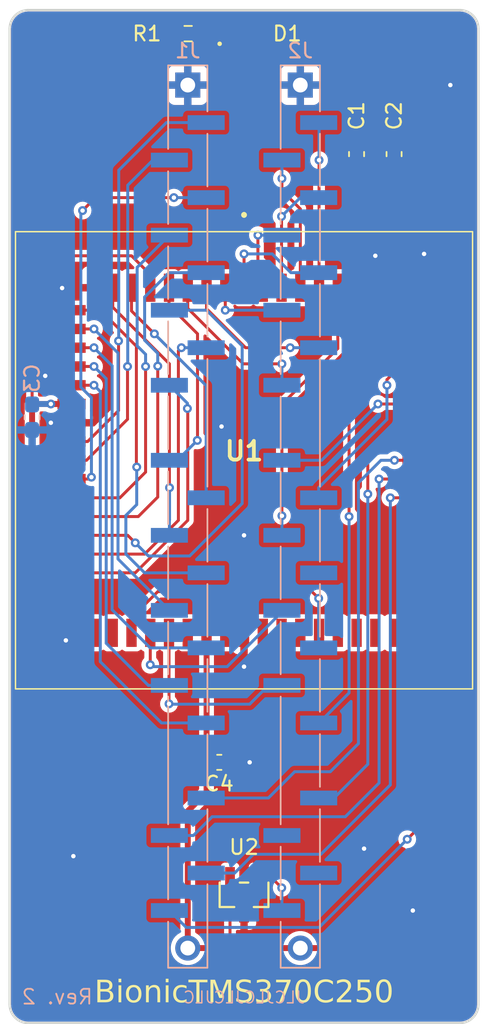
<source format=kicad_pcb>
(kicad_pcb (version 20241229) (generator "pcbnew") (generator_version "9.0")
  (title_block (title "BionicTMS370C250") (date "2025-07-01") (rev "2") (company "Tadashi G. Takaoka"))
  (layers (0 "F.Cu" signal) (2 "B.Cu" signal) (13 "F.Paste" user) (15 "B.Paste" user) (5 "F.SilkS" user "F.Silkscreen") (7 "B.SilkS" user "B.Silkscreen") (1 "F.Mask" user) (3 "B.Mask" user) (25 "Edge.Cuts" user))
  (net 0 "")
  (net 1 "VCC")
  (net 2 "GND")
  (net 3 "Net-(D1-K)")
  (net 4 "ADDR12")
  (net 5 "DATA6")
  (net 6 "INT3")
  (net 7 "ADDR13")
  (net 8 "DATA3")
  (net 9 "ADDR11")
  (net 10 "DATA0")
  (net 11 "DATA7")
  (net 12 "~{RESET}")
  (net 13 "DATA1")
  (net 14 "ADDR9")
  (net 15 "ADDR10")
  (net 16 "INT1")
  (net 17 "DATA5")
  (net 18 "DATA2")
  (net 19 "ADDR8")
  (net 20 "ADDR14")
  (net 21 "ADDR15")
  (net 22 "DATA4")
  (net 23 "INT2")
  (net 24 "Net-(J2-P57)")
  (net 26 "SCIRXD")
  (net 27 "SCITXD")
  (net 28 "CLKIN")
  (net 29 "ADDR4")
  (net 31 "SYSCLK")
  (net 32 "R{slash}~{W}")
  (net 33 "ADDR6")
  (net 34 "~{WAIT}")
  (net 35 "ADDR2")
  (net 36 "ADDR5")
  (net 37 "ADDR7")
  (net 38 "~{OCF}")
  (net 39 "ADDR1")
  (net 40 "~{EDS}")
  (net 41 "ADDR3")
  (net 47 "ADDR0")
  (footprint "rhom:LED_CSL1901UW1_ROM-M" (layer "F.Cu") (at 113.7 71.6002)
    (property "Reference" "D1" (at 2.921 0 0) (layer "F.SilkS"))
    (property "Value" "CSL1901UW1")
    (fp_circle (center -1.651 0.6858) (end -1.5748 0.6858) (stroke (width 0.1524)) (fill no) (layer "F.SilkS"))
    (pad "1" smd rect (at -0.8763 0) (size 0.9652 0.762) (layers "F.Cu" "F.Mask" "F.Paste") (net 3 "Net-(D1-K)"))
    (pad "2" smd rect (at 0.8763 0) (size 0.9652 0.762) (layers "F.Cu" "F.Mask" "F.Paste") (net 1 "VCC"))
    (zone (net 0) (net_name "") (layer "F.Cu") (connect_pads (clearance 0)) (min_thickness 0.254)
      (keepout (tracks not_allowed) (vias not_allowed) (pads allowed) (copperpour not_allowed) (footprints allowed))
      (fill (thermal_gap 0.508) (thermal_bridge_width 0.508))
      (polygon (pts (xy 113.3571 71.2446) (xy 114.0429 71.2446) (xy 114.0429 71.9558) (xy 113.3571 71.9558)))
    )
  )
  (footprint "3m:846821B1RKTP" (layer "F.Cu") (at 113.7 100.48)
    (property "Reference" "U1" (at 0 -0.618 0) (layer "F.SilkS") (effects (font (size 1.27 1.27) (thickness 0.254))))
    (property "Value" "TMS370C250" (hide yes))
    (fp_line (start -15.475 -15.475) (end 15.475 -15.475) (stroke (width 0.1)) (layer "F.SilkS"))
    (fp_line (start -15.475 15.475) (end -15.475 -15.475) (stroke (width 0.1)) (layer "F.SilkS"))
    (fp_line (start 0 -16.71) (end 0 -16.71) (stroke (width 0.2)) (layer "F.SilkS"))
    (fp_line (start 0 -16.51) (end 0 -16.51) (stroke (width 0.2)) (layer "F.SilkS"))
    (fp_line (start 15.475 -15.475) (end 15.475 15.475) (stroke (width 0.1)) (layer "F.SilkS"))
    (fp_line (start 15.475 15.475) (end -15.475 15.475) (stroke (width 0.1)) (layer "F.SilkS"))
    (fp_arc (start 0 -16.71) (mid 0.1 -16.61) (end 0 -16.51) (stroke (width 0.2)) (layer "F.SilkS"))
    (fp_arc (start 0 -16.51) (mid -0.1 -16.61) (end 0 -16.71) (stroke (width 0.2)) (layer "F.SilkS"))
    (pad "1" smd rect (at 0 -11.68) (size 0.7 1.91) (layers "F.Cu" "F.Mask" "F.Paste") (net 29 "ADDR4"))
    (pad "2" smd rect (at -1.27 -11.68) (size 0.7 1.91) (layers "F.Cu" "F.Mask" "F.Paste") (net 36 "ADDR5"))
    (pad "3" smd rect (at -2.54 -11.68) (size 0.7 1.91) (layers "F.Cu" "F.Mask" "F.Paste") (net 33 "ADDR6"))
    (pad "4" smd rect (at -3.81 -11.68) (size 0.7 1.91) (layers "F.Cu" "F.Mask" "F.Paste") (net 37 "ADDR7"))
    (pad "5" smd rect (at -5.08 -11.68) (size 0.7 1.91) (layers "F.Cu" "F.Mask" "F.Paste") (net 19 "ADDR8"))
    (pad "6" smd rect (at -6.35 -11.68) (size 0.7 1.91) (layers "F.Cu" "F.Mask" "F.Paste") (net 1 "VCC"))
    (pad "7" smd rect (at -7.62 -11.68) (size 0.7 1.91) (layers "F.Cu" "F.Mask" "F.Paste") (net 14 "ADDR9"))
    (pad "8" smd rect (at -8.89 -11.68) (size 0.7 1.91) (layers "F.Cu" "F.Mask" "F.Paste") (net 15 "ADDR10"))
    (pad "9" smd rect (at -10.16 -11.68) (size 0.7 1.91) (layers "F.Cu" "F.Mask" "F.Paste") (net 2 "GND"))
    (pad "10" smd rect (at -11.68 -10.16 90) (size 0.7 1.91) (layers "F.Cu" "F.Mask" "F.Paste") (net 9 "ADDR11"))
    (pad "11" smd rect (at -11.68 -8.89 90) (size 0.7 1.91) (layers "F.Cu" "F.Mask" "F.Paste") (net 4 "ADDR12"))
    (pad "12" smd rect (at -11.68 -7.62 90) (size 0.7 1.91) (layers "F.Cu" "F.Mask" "F.Paste") (net 7 "ADDR13"))
    (pad "13" smd rect (at -11.68 -6.35 90) (size 0.7 1.91) (layers "F.Cu" "F.Mask" "F.Paste") (net 20 "ADDR14"))
    (pad "14" smd rect (at -11.68 -5.08 90) (size 0.7 1.91) (layers "F.Cu" "F.Mask" "F.Paste") (net 21 "ADDR15"))
    (pad "15" smd rect (at -11.68 -3.81 90) (size 0.7 1.91) (layers "F.Cu" "F.Mask" "F.Paste") (net 1 "VCC"))
    (pad "16" smd rect (at -11.68 -2.54 90) (size 0.7 1.91) (layers "F.Cu" "F.Mask" "F.Paste") (net 2 "GND"))
    (pad "17" smd rect (at -11.68 -1.27 90) (size 0.7 1.91) (layers "F.Cu" "F.Mask" "F.Paste") (net 10 "DATA0"))
    (pad "18" smd rect (at -11.68 0 90) (size 0.7 1.91) (layers "F.Cu" "F.Mask" "F.Paste") (net 13 "DATA1"))
    (pad "19" smd rect (at -11.68 1.27 90) (size 0.7 1.91) (layers "F.Cu" "F.Mask" "F.Paste") (net 18 "DATA2"))
    (pad "20" smd rect (at -11.68 2.54 90) (size 0.7 1.91) (layers "F.Cu" "F.Mask" "F.Paste") (net 8 "DATA3"))
    (pad "21" smd rect (at -11.68 3.81 90) (size 0.7 1.91) (layers "F.Cu" "F.Mask" "F.Paste") (net 22 "DATA4"))
    (pad "22" smd rect (at -11.68 5.08 90) (size 0.7 1.91) (layers "F.Cu" "F.Mask" "F.Paste") (net 17 "DATA5"))
    (pad "23" smd rect (at -11.68 6.35 90) (size 0.7 1.91) (layers "F.Cu" "F.Mask" "F.Paste") (net 5 "DATA6"))
    (pad "24" smd rect (at -11.68 7.62 90) (size 0.7 1.91) (layers "F.Cu" "F.Mask" "F.Paste") (net 11 "DATA7"))
    (pad "25" smd rect (at -11.68 8.89 90) (size 0.7 1.91) (layers "F.Cu" "F.Mask" "F.Paste"))
    (pad "26" smd rect (at -11.68 10.16 90) (size 0.7 1.91) (layers "F.Cu" "F.Mask" "F.Paste"))
    (pad "27" smd rect (at -10.16 11.68) (size 0.7 1.91) (layers "F.Cu" "F.Mask" "F.Paste"))
    (pad "28" smd rect (at -8.89 11.68) (size 0.7 1.91) (layers "F.Cu" "F.Mask" "F.Paste"))
    (pad "29" smd rect (at -7.62 11.68) (size 0.7 1.91) (layers "F.Cu" "F.Mask" "F.Paste") (net 26 "SCIRXD"))
    (pad "30" smd rect (at -6.35 11.68) (size 0.7 1.91) (layers "F.Cu" "F.Mask" "F.Paste") (net 27 "SCITXD"))
    (pad "31" smd rect (at -5.08 11.68) (size 0.7 1.91) (layers "F.Cu" "F.Mask" "F.Paste") (net 28 "CLKIN"))
    (pad "32" smd rect (at -3.81 11.68) (size 0.7 1.91) (layers "F.Cu" "F.Mask" "F.Paste"))
    (pad "33" smd rect (at -2.54 11.68) (size 0.7 1.91) (layers "F.Cu" "F.Mask" "F.Paste") (net 1 "VCC"))
    (pad "34" smd rect (at -1.27 11.68) (size 0.7 1.91) (layers "F.Cu" "F.Mask" "F.Paste") (net 1 "VCC"))
    (pad "35" smd rect (at 0 11.68) (size 0.7 1.91) (layers "F.Cu" "F.Mask" "F.Paste") (net 2 "GND"))
    (pad "36" smd rect (at 1.27 11.68) (size 0.7 1.91) (layers "F.Cu" "F.Mask" "F.Paste"))
    (pad "37" smd rect (at 2.54 11.68) (size 0.7 1.91) (layers "F.Cu" "F.Mask" "F.Paste"))
    (pad "38" smd rect (at 3.81 11.68) (size 0.7 1.91) (layers "F.Cu" "F.Mask" "F.Paste"))
    (pad "39" smd rect (at 5.08 11.68) (size 0.7 1.91) (layers "F.Cu" "F.Mask" "F.Paste"))
    (pad "40" smd rect (at 6.35 11.68) (size 0.7 1.91) (layers "F.Cu" "F.Mask" "F.Paste"))
    (pad "41" smd rect (at 7.62 11.68) (size 0.7 1.91) (layers "F.Cu" "F.Mask" "F.Paste"))
    (pad "42" smd rect (at 8.89 11.68) (size 0.7 1.91) (layers "F.Cu" "F.Mask" "F.Paste"))
    (pad "43" smd rect (at 10.16 11.68) (size 0.7 1.91) (layers "F.Cu" "F.Mask" "F.Paste"))
    (pad "44" smd rect (at 11.68 10.16 90) (size 0.7 1.91) (layers "F.Cu" "F.Mask" "F.Paste"))
    (pad "45" smd rect (at 11.68 8.89 90) (size 0.7 1.91) (layers "F.Cu" "F.Mask" "F.Paste"))
    (pad "46" smd rect (at 11.68 7.62 90) (size 0.7 1.91) (layers "F.Cu" "F.Mask" "F.Paste"))
    (pad "47" smd rect (at 11.68 6.35 90) (size 0.7 1.91) (layers "F.Cu" "F.Mask" "F.Paste"))
    (pad "48" smd rect (at 11.68 5.08 90) (size 0.7 1.91) (layers "F.Cu" "F.Mask" "F.Paste"))
    (pad "49" smd rect (at 11.68 3.81 90) (size 0.7 1.91) (layers "F.Cu" "F.Mask" "F.Paste"))
    (pad "50" smd rect (at 11.68 2.54 90) (size 0.7 1.91) (layers "F.Cu" "F.Mask" "F.Paste") (net 6 "INT3"))
    (pad "51" smd rect (at 11.68 1.27 90) (size 0.7 1.91) (layers "F.Cu" "F.Mask" "F.Paste") (net 23 "INT2"))
    (pad "52" smd rect (at 11.68 0 90) (size 0.7 1.91) (layers "F.Cu" "F.Mask" "F.Paste") (net 16 "INT1"))
    (pad "53" smd rect (at 11.68 -1.27 90) (size 0.7 1.91) (layers "F.Cu" "F.Mask" "F.Paste") (net 12 "~{RESET}"))
    (pad "54" smd rect (at 11.68 -2.54 90) (size 0.7 1.91) (layers "F.Cu" "F.Mask" "F.Paste") (net 34 "~{WAIT}"))
    (pad "55" smd rect (at 11.68 -3.81 90) (size 0.7 1.91) (layers "F.Cu" "F.Mask" "F.Paste") (net 40 "~{EDS}"))
    (pad "56" smd rect (at 11.68 -5.08 90) (size 0.7 1.91) (layers "F.Cu" "F.Mask" "F.Paste"))
    (pad "57" smd rect (at 11.68 -6.35 90) (size 0.7 1.91) (layers "F.Cu" "F.Mask" "F.Paste") (net 32 "R{slash}~{W}"))
    (pad "58" smd rect (at 11.68 -7.62 90) (size 0.7 1.91) (layers "F.Cu" "F.Mask" "F.Paste") (net 31 "SYSCLK"))
    (pad "59" smd rect (at 11.68 -8.89 90) (size 0.7 1.91) (layers "F.Cu" "F.Mask" "F.Paste"))
    (pad "60" smd rect (at 11.68 -10.16 90) (size 0.7 1.91) (layers "F.Cu" "F.Mask" "F.Paste"))
    (pad "61" smd rect (at 10.16 -11.68) (size 0.7 1.91) (layers "F.Cu" "F.Mask" "F.Paste") (net 1 "VCC"))
    (pad "62" smd rect (at 8.89 -11.68) (size 0.7 1.91) (layers "F.Cu" "F.Mask" "F.Paste") (net 2 "GND"))
    (pad "63" smd rect (at 7.62 -11.68) (size 0.7 1.91) (layers "F.Cu" "F.Mask" "F.Paste") (net 1 "VCC"))
    (pad "64" smd rect (at 6.35 -11.68) (size 0.7 1.91) (layers "F.Cu" "F.Mask" "F.Paste") (net 38 "~{OCF}"))
    (pad "65" smd rect (at 5.08 -11.68) (size 0.7 1.91) (layers "F.Cu" "F.Mask" "F.Paste") (net 47 "ADDR0"))
    (pad "66" smd rect (at 3.81 -11.68) (size 0.7 1.91) (layers "F.Cu" "F.Mask" "F.Paste") (net 39 "ADDR1"))
    (pad "67" smd rect (at 2.54 -11.68) (size 0.7 1.91) (layers "F.Cu" "F.Mask" "F.Paste") (net 35 "ADDR2"))
    (pad "68" smd rect (at 1.27 -11.68) (size 0.7 1.91) (layers "F.Cu" "F.Mask" "F.Paste") (net 41 "ADDR3"))
  )
  (footprint "Capacitor_SMD:C_0603_1608Metric_Pad1.08x0.95mm_HandSolder" (layer "F.Cu") (at 123.86 79.7525 90)
    (property "Reference" "C2" (at 2.5908 0 90) (layer "F.SilkS"))
    (property "Value" "22u")
    (fp_line (start -0.146267 -0.51) (end 0.146267 -0.51) (stroke (width 0.12)) (layer "F.SilkS"))
    (fp_line (start -0.146267 0.51) (end 0.146267 0.51) (stroke (width 0.12)) (layer "F.SilkS"))
    (pad "1" smd roundrect (at -0.8625 0 90) (size 1.075 0.95) (layers "F.Cu" "F.Mask" "F.Paste") (net 1 "VCC"))
    (pad "2" smd roundrect (at 0.8625 0 90) (size 1.075 0.95) (layers "F.Cu" "F.Mask" "F.Paste") (net 2 "GND"))
  )
  (footprint "Capacitor_SMD:C_0603_1608Metric_Pad1.08x0.95mm_HandSolder" (layer "F.Cu") (at 112.0247 120.927)
    (property "Reference" "C4" (at -0.0011 1.4478 0) (layer "F.SilkS"))
    (property "Value" "0.1u")
    (fp_line (start -0.146267 -0.51) (end 0.146267 -0.51) (stroke (width 0.12)) (layer "F.SilkS"))
    (fp_line (start -0.146267 0.51) (end 0.146267 0.51) (stroke (width 0.12)) (layer "F.SilkS"))
    (pad "1" smd roundrect (at -0.8625 0) (size 1.075 0.95) (layers "F.Cu" "F.Mask" "F.Paste") (net 1 "VCC"))
    (pad "2" smd roundrect (at 0.8625 0) (size 1.075 0.95) (layers "F.Cu" "F.Mask" "F.Paste") (net 2 "GND"))
  )
  (footprint "Resistor_SMD:R_0603_1608Metric_Pad0.98x0.95mm_HandSolder" (layer "F.Cu") (at 109.9154 71.6002 180)
    (property "Reference" "R1" (at 2.794 0 0) (layer "F.SilkS"))
    (property "Value" "1.6k")
    (fp_line (start -0.254724 0.5225) (end 0.254724 0.5225) (stroke (width 0.12)) (layer "F.SilkS"))
    (fp_line (start -0.254724 -0.5225) (end 0.254724 -0.5225) (stroke (width 0.12)) (layer "F.SilkS"))
    (pad "1" smd roundrect (at -0.9125 0 180) (size 0.975 0.95) (layers "F.Cu" "F.Mask" "F.Paste") (net 3 "Net-(D1-K)"))
    (pad "2" smd roundrect (at 0.9125 0 180) (size 0.975 0.95) (layers "F.Cu" "F.Mask" "F.Paste") (net 2 "GND"))
  )
  (footprint "microchip:SOT-23_MC_MCH-M" (layer "F.Cu") (at 113.7 129.894 180)
    (property "Reference" "U2" (at 0 3.2266 0) (layer "F.SilkS"))
    (property "Value" "11AA010-I/TT")
    (fp_line (start 1.652 0.827) (end 1.652 -0.827) (stroke (width 0.1524)) (layer "F.SilkS"))
    (fp_line (start 1.652 -0.827) (end 0.66294 -0.827) (stroke (width 0.1524)) (layer "F.SilkS"))
    (fp_line (start -0.287061 0.827) (end 0.287061 0.827) (stroke (width 0.1524)) (layer "F.SilkS"))
    (fp_line (start -0.66294 -0.827) (end -1.652 -0.827) (stroke (width 0.1524)) (layer "F.SilkS"))
    (fp_line (start -1.652 -0.827) (end -1.652 0.827) (stroke (width 0.1524)) (layer "F.SilkS"))
    (pad "1" smd rect (at -0.950001 1.066 180) (size 0.6604 1.6256) (layers "F.Cu" "F.Mask" "F.Paste") (net 24 "Net-(J2-P57)"))
    (pad "2" smd rect (at 0.950001 1.066 180) (size 0.6604 1.6256) (layers "F.Cu" "F.Mask" "F.Paste") (net 1 "VCC"))
    (pad "3" smd rect (at 0 -1.066 180) (size 0.6604 1.6256) (layers "F.Cu" "F.Mask" "F.Paste") (net 2 "GND"))
  )
  (footprint "Capacitor_SMD:C_0603_1608Metric_Pad1.08x0.95mm_HandSolder" (layer "F.Cu") (at 121.32 79.7525 90)
    (property "Reference" "C1" (at 2.5908 0 90) (layer "F.SilkS"))
    (property "Value" "0.1u")
    (fp_line (start -0.146267 -0.51) (end 0.146267 -0.51) (stroke (width 0.12)) (layer "F.SilkS"))
    (fp_line (start -0.146267 0.51) (end 0.146267 0.51) (stroke (width 0.12)) (layer "F.SilkS"))
    (pad "1" smd roundrect (at -0.8625 0 90) (size 1.075 0.95) (layers "F.Cu" "F.Mask" "F.Paste") (net 1 "VCC"))
    (pad "2" smd roundrect (at 0.8625 0 90) (size 1.075 0.95) (layers "F.Cu" "F.Mask" "F.Paste") (net 2 "GND"))
  )
  (footprint "bionic:Bionic-P245_SMT" (layer "B.Cu") (at 117.5308 104.29 180)
    (property "Reference" "J2" (at 0.0208 31.54 0) (layer "B.SilkS") (effects (justify mirror)))
    (property "Value" "Bionic-P245")
    (fp_line (start 1.3508 29.97) (end 1.3508 30.54) (stroke (width 0.12)) (layer "B.SilkS"))
    (fp_line (start 1.3508 24.89) (end 1.3508 29.97) (stroke (width 0.12)) (layer "B.SilkS"))
    (fp_line (start 1.3508 19.81) (end 1.3508 23.37) (stroke (width 0.12)) (layer "B.SilkS"))
    (fp_line (start 1.3508 14.73) (end 1.3508 18.29) (stroke (width 0.12)) (layer "B.SilkS"))
    (fp_line (start 1.3508 9.65) (end 1.3508 13.21) (stroke (width 0.12)) (layer "B.SilkS"))
    (fp_line (start 1.3508 4.57) (end 1.3508 8.13) (stroke (width 0.12)) (layer "B.SilkS"))
    (fp_line (start 1.3508 -0.51) (end 1.3508 3.05) (stroke (width 0.12)) (layer "B.SilkS"))
    (fp_line (start 1.3508 -5.59) (end 1.3508 -2.03) (stroke (width 0.12)) (layer "B.SilkS"))
    (fp_line (start 1.3508 -10.67) (end 1.3508 -7.11) (stroke (width 0.12)) (layer "B.SilkS"))
    (fp_line (start 1.3508 -17.27) (end 1.3508 -12.19) (stroke (width 0.12)) (layer "B.SilkS"))
    (fp_line (start 1.3508 -20.83) (end 1.3508 -17.27) (stroke (width 0.12)) (layer "B.SilkS"))
    (fp_line (start 1.3508 -25.91) (end 1.3508 -22.35) (stroke (width 0.12)) (layer "B.SilkS"))
    (fp_line (start 1.3508 -30.54) (end 1.3508 -27.43) (stroke (width 0.12)) (layer "B.SilkS"))
    (fp_line (start -1.3092 30.54) (end 1.3508 30.54) (stroke (width 0.12)) (layer "B.SilkS"))
    (fp_line (start -1.3092 27.43) (end -1.3092 30.54) (stroke (width 0.12)) (layer "B.SilkS"))
    (fp_line (start -1.3092 22.35) (end -1.3092 25.91) (stroke (width 0.12)) (layer "B.SilkS"))
    (fp_line (start -1.3092 17.27) (end -1.3092 20.83) (stroke (width 0.12)) (layer "B.SilkS"))
    (fp_line (start -1.3092 12.19) (end -1.3092 15.75) (stroke (width 0.12)) (layer "B.SilkS"))
    (fp_line (start -1.3092 5.59) (end -1.3092 10.67) (stroke (width 0.12)) (layer "B.SilkS"))
    (fp_line (start -1.3092 2.03) (end -1.3092 5.59) (stroke (width 0.12)) (layer "B.SilkS"))
    (fp_line (start -1.3092 -3.05) (end -1.3092 0.51) (stroke (width 0.12)) (layer "B.SilkS"))
    (fp_line (start -1.3092 -8.13) (end -1.3092 -4.57) (stroke (width 0.12)) (layer "B.SilkS"))
    (fp_line (start -1.3092 -13.21) (end -1.3092 -9.65) (stroke (width 0.12)) (layer "B.SilkS"))
    (fp_line (start -1.3092 -18.29) (end -1.3092 -14.73) (stroke (width 0.12)) (layer "B.SilkS"))
    (fp_line (start -1.3092 -23.37) (end -1.3092 -19.81) (stroke (width 0.12)) (layer "B.SilkS"))
    (fp_line (start -1.3092 -29.97) (end -1.3092 -24.89) (stroke (width 0.12)) (layer "B.SilkS"))
    (fp_line (start -1.3092 -30.54) (end 1.3508 -30.54) (stroke (width 0.12)) (layer "B.SilkS"))
    (fp_line (start -1.3092 -30.54) (end -1.3092 -29.97) (stroke (width 0.12)) (layer "B.SilkS"))
    (pad "25" thru_hole oval (at 0.0208 -29.21 180) (size 1.7 1.7) (drill 1) (layers "*.Cu" "*.Mask") (net 1 "VCC"))
    (pad "26" smd rect (at 1.2654 -26.67 180) (size 2.51 1) (layers "B.Cu" "B.Mask" "B.Paste") (net 24 "Net-(J2-P57)"))
    (pad "27" smd rect (at -1.2238 -24.13 180) (size 2.51 1) (layers "B.Cu" "B.Mask" "B.Paste"))
    (pad "28" smd rect (at 1.2654 -21.59 180) (size 2.51 1) (layers "B.Cu" "B.Mask" "B.Paste"))
    (pad "29" smd rect (at -1.2238 -19.05 180) (size 2.51 1) (layers "B.Cu" "B.Mask" "B.Paste") (net 34 "~{WAIT}"))
    (pad "31" smd rect (at -1.2238 -13.97 180) (size 2.51 1) (layers "B.Cu" "B.Mask" "B.Paste") (net 31 "SYSCLK"))
    (pad "32" smd rect (at 1.2654 -11.43 180) (size 2.51 1) (layers "B.Cu" "B.Mask" "B.Paste") (net 28 "CLKIN"))
    (pad "33" smd rect (at -1.2238 -8.89 180) (size 2.51 1) (layers "B.Cu" "B.Mask" "B.Paste") (net 26 "SCIRXD"))
    (pad "34" smd rect (at 1.2654 -6.35 180) (size 2.51 1) (layers "B.Cu" "B.Mask" "B.Paste") (net 27 "SCITXD"))
    (pad "35" smd rect (at -1.2238 -3.81 180) (size 2.51 1) (layers "B.Cu" "B.Mask" "B.Paste"))
    (pad "36" smd rect (at 1.2654 -1.27 180) (size 2.51 1) (layers "B.Cu" "B.Mask" "B.Paste") (net 38 "~{OCF}"))
    (pad "37" smd rect (at -1.2238 1.27 180) (size 2.51 1) (layers "B.Cu" "B.Mask" "B.Paste") (net 32 "R{slash}~{W}"))
    (pad "38" smd rect (at 1.2654 3.81 180) (size 2.51 1) (layers "B.Cu" "B.Mask" "B.Paste") (net 40 "~{EDS}"))
    (pad "40" smd rect (at 1.2654 8.89 180) (size 2.51 1) (layers "B.Cu" "B.Mask" "B.Paste") (net 37 "ADDR7"))
    (pad "41" smd rect (at -1.2238 11.43 180) (size 2.51 1) (layers "B.Cu" "B.Mask" "B.Paste") (net 33 "ADDR6"))
    (pad "42" smd rect (at 1.2654 13.97 180) (size 2.51 1) (layers "B.Cu" "B.Mask" "B.Paste") (net 36 "ADDR5"))
    (pad "43" smd rect (at -1.2238 16.51 180) (size 2.51 1) (layers "B.Cu" "B.Mask" "B.Paste") (net 29 "ADDR4"))
    (pad "44" smd rect (at 1.2654 19.05 180) (size 2.51 1) (layers "B.Cu" "B.Mask" "B.Paste") (net 41 "ADDR3"))
    (pad "45" smd rect (at -1.2238 21.59 180) (size 2.51 1) (layers "B.Cu" "B.Mask" "B.Paste") (net 35 "ADDR2"))
    (pad "46" smd rect (at 1.2654 24.13 180) (size 2.51 1) (layers "B.Cu" "B.Mask" "B.Paste") (net 39 "ADDR1"))
    (pad "47" smd rect (at -1.2238 26.67 180) (size 2.51 1) (layers "B.Cu" "B.Mask" "B.Paste") (net 47 "ADDR0"))
    (pad "48" thru_hole rect (at 0.0208 29.21 180) (size 1.7 1.7) (drill 1) (layers "*.Cu" "*.Mask") (net 2 "GND"))
  )
  (footprint "Capacitor_SMD:C_0603_1608Metric_Pad1.08x0.95mm_HandSolder" (layer "B.Cu") (at 99.349 97.563 -90)
    (property "Reference" "C3" (at -2.6405 0 90) (layer "B.SilkS") (effects (justify mirror)))
    (property "Value" "0.1u")
    (fp_line (start 0.146267 0.51) (end -0.146267 0.51) (stroke (width 0.12)) (layer "B.SilkS"))
    (fp_line (start 0.146267 -0.51) (end -0.146267 -0.51) (stroke (width 0.12)) (layer "B.SilkS"))
    (pad "1" smd roundrect (at -0.8625 0 270) (size 1.075 0.95) (layers "B.Cu" "B.Mask" "B.Paste") (net 1 "VCC"))
    (pad "2" smd roundrect (at 0.8625 0 270) (size 1.075 0.95) (layers "B.Cu" "B.Mask" "B.Paste") (net 2 "GND"))
  )
  (footprint "bionic:Bionic-P135_SMT" (layer "B.Cu") (at 109.8692 104.29 180)
    (property "Reference" "J1" (at -0.0208 31.54 0) (layer "B.SilkS") (effects (justify mirror)))
    (property "Value" "Bionic-P135")
    (fp_line (start 1.3092 28.45) (end 1.3092 30.54) (stroke (width 0.12)) (layer "B.SilkS"))
    (fp_line (start 1.3092 24.89) (end 1.3092 28.45) (stroke (width 0.12)) (layer "B.SilkS"))
    (fp_line (start 1.3092 19.81) (end 1.3092 23.37) (stroke (width 0.12)) (layer "B.SilkS"))
    (fp_line (start 1.3092 14.73) (end 1.3092 18.29) (stroke (width 0.12)) (layer "B.SilkS"))
    (fp_line (start 1.3092 9.65) (end 1.3092 13.21) (stroke (width 0.12)) (layer "B.SilkS"))
    (fp_line (start 1.3092 4.57) (end 1.3092 8.13) (stroke (width 0.12)) (layer "B.SilkS"))
    (fp_line (start 1.3092 -0.51) (end 1.3092 3.05) (stroke (width 0.12)) (layer "B.SilkS"))
    (fp_line (start 1.3092 -5.59) (end 1.3092 -2.03) (stroke (width 0.12)) (layer "B.SilkS"))
    (fp_line (start 1.3092 -10.67) (end 1.3092 -7.11) (stroke (width 0.12)) (layer "B.SilkS"))
    (fp_line (start 1.3092 -17.27) (end 1.3092 -12.19) (stroke (width 0.12)) (layer "B.SilkS"))
    (fp_line (start 1.3092 -20.83) (end 1.3092 -17.27) (stroke (width 0.12)) (layer "B.SilkS"))
    (fp_line (start 1.3092 -25.91) (end 1.3092 -22.35) (stroke (width 0.12)) (layer "B.SilkS"))
    (fp_line (start 1.3092 -30.54) (end 1.3092 -27.43) (stroke (width 0.12)) (layer "B.SilkS"))
    (fp_line (start -1.3508 30.54) (end 1.3092 30.54) (stroke (width 0.12)) (layer "B.SilkS"))
    (fp_line (start -1.3508 27.43) (end -1.3508 30.54) (stroke (width 0.12)) (layer "B.SilkS"))
    (fp_line (start -1.3508 22.35) (end -1.3508 25.91) (stroke (width 0.12)) (layer "B.SilkS"))
    (fp_line (start -1.3508 17.27) (end -1.3508 20.83) (stroke (width 0.12)) (layer "B.SilkS"))
    (fp_line (start -1.3508 12.19) (end -1.3508 15.75) (stroke (width 0.12)) (layer "B.SilkS"))
    (fp_line (start -1.3508 5.59) (end -1.3508 10.67) (stroke (width 0.12)) (layer "B.SilkS"))
    (fp_line (start -1.3508 2.03) (end -1.3508 5.59) (stroke (width 0.12)) (layer "B.SilkS"))
    (fp_line (start -1.3508 -3.05) (end -1.3508 0.51) (stroke (width 0.12)) (layer "B.SilkS"))
    (fp_line (start -1.3508 -8.13) (end -1.3508 -4.57) (stroke (width 0.12)) (layer "B.SilkS"))
    (fp_line (start -1.3508 -13.21) (end -1.3508 -9.65) (stroke (width 0.12)) (layer "B.SilkS"))
    (fp_line (start -1.3508 -18.29) (end -1.3508 -14.73) (stroke (width 0.12)) (layer "B.SilkS"))
    (fp_line (start -1.3508 -23.37) (end -1.3508 -19.81) (stroke (width 0.12)) (layer "B.SilkS"))
    (fp_line (start -1.3508 -29.97) (end -1.3508 -24.89) (stroke (width 0.12)) (layer "B.SilkS"))
    (fp_line (start -1.3508 -30.54) (end 1.3092 -30.54) (stroke (width 0.12)) (layer "B.SilkS"))
    (fp_line (start -1.3508 -30.54) (end -1.3508 -29.97) (stroke (width 0.12)) (layer "B.SilkS"))
    (pad "1" thru_hole rect (at -0.0208 29.21 180) (size 1.7 1.7) (drill 1) (layers "*.Cu" "*.Mask") (net 2 "GND"))
    (pad "2" smd rect (at -1.2654 26.67 180) (size 2.51 1) (layers "B.Cu" "B.Mask" "B.Paste") (net 10 "DATA0"))
    (pad "3" smd rect (at 1.2238 24.13 180) (size 2.51 1) (layers "B.Cu" "B.Mask" "B.Paste") (net 13 "DATA1"))
    (pad "4" smd rect (at -1.2654 21.59 180) (size 2.51 1) (layers "B.Cu" "B.Mask" "B.Paste") (net 18 "DATA2"))
    (pad "5" smd rect (at 1.2238 19.05 180) (size 2.51 1) (layers "B.Cu" "B.Mask" "B.Paste") (net 8 "DATA3"))
    (pad "6" smd rect (at -1.2654 16.51 180) (size 2.51 1) (layers "B.Cu" "B.Mask" "B.Paste") (net 22 "DATA4"))
    (pad "7" smd rect (at 1.2238 13.97 180) (size 2.51 1) (layers "B.Cu" "B.Mask" "B.Paste") (net 17 "DATA5"))
    (pad "8" smd rect (at -1.2654 11.43 180) (size 2.51 1) (layers "B.Cu" "B.Mask" "B.Paste") (net 5 "DATA6"))
    (pad "9" smd rect (at 1.2238 8.89 180) (size 2.51 1) (layers "B.Cu" "B.Mask" "B.Paste") (net 11 "DATA7"))
    (pad "11" smd rect (at 1.2238 3.81 180) (size 2.51 1) (layers "B.Cu" "B.Mask" "B.Paste") (net 19 "ADDR8"))
    (pad "12" smd rect (at -1.2654 1.27 180) (size 2.51 1) (layers "B.Cu" "B.Mask" "B.Paste") (net 14 "ADDR9"))
    (pad "13" smd rect (at 1.2238 -1.27 180) (size 2.51 1) (layers "B.Cu" "B.Mask" "B.Paste") (net 15 "ADDR10"))
    (pad "14" smd rect (at -1.2654 -3.81 180) (size 2.51 1) (layers "B.Cu" "B.Mask" "B.Paste") (net 9 "ADDR11"))
    (pad "15" smd rect (at 1.2238 -6.35 180) (size 2.51 1) (layers "B.Cu" "B.Mask" "B.Paste") (net 4 "ADDR12"))
    (pad "16" smd rect (at -1.2654 -8.89 180) (size 2.51 1) (layers "B.Cu" "B.Mask" "B.Paste") (net 7 "ADDR13"))
    (pad "17" smd rect (at 1.2238 -11.43 180) (size 2.51 1) (layers "B.Cu" "B.Mask" "B.Paste") (net 20 "ADDR14"))
    (pad "18" smd rect (at -1.2654 -13.97 180) (size 2.51 1) (layers "B.Cu" "B.Mask" "B.Paste") (net 21 "ADDR15"))
    (pad "20" smd rect (at -1.2654 -19.05 180) (size 2.51 1) (layers "B.Cu" "B.Mask" "B.Paste") (net 16 "INT1"))
    (pad "21" smd rect (at 1.2238 -21.59 180) (size 2.51 1) (layers "B.Cu" "B.Mask" "B.Paste") (net 23 "INT2"))
    (pad "22" smd rect (at -1.2654 -24.13 180) (size 2.51 1) (layers "B.Cu" "B.Mask" "B.Paste") (net 6 "INT3"))
    (pad "23" smd rect (at 1.2238 -26.67 180) (size 2.51 1) (layers "B.Cu" "B.Mask" "B.Paste") (net 12 "~{RESET}"))
    (pad "24" thru_hole oval (at -0.0208 -29.21 180) (size 1.7 1.7) (drill 1) (layers "*.Cu" "*.Mask") (net 1 "VCC"))
  )
  (gr_arc (start 99.095 138.58) (mid 98.196974 138.208026) (end 97.825 137.31) (stroke (width 0.15)) (layer "Edge.Cuts"))
  (gr_line (start 128.305 70) (end 99.095 70) (stroke (width 0.15)) (layer "Edge.Cuts"))
  (gr_arc (start 97.825 71.27) (mid 98.196974 70.371974) (end 99.095 70) (stroke (width 0.15)) (layer "Edge.Cuts"))
  (gr_line (start 99.095 138.58) (end 128.305 138.58) (stroke (width 0.15)) (layer "Edge.Cuts"))
  (gr_arc (start 128.305 70) (mid 129.203026 70.371974) (end 129.575 71.27) (stroke (width 0.15)) (layer "Edge.Cuts"))
  (gr_arc (start 129.575 137.31) (mid 129.203026 138.208026) (end 128.305 138.58) (stroke (width 0.15)) (layer "Edge.Cuts"))
  (gr_line (start 97.825 71.27) (end 97.825 137.31) (stroke (width 0.15)) (layer "Edge.Cuts"))
  (gr_line (start 129.575 137.31) (end 129.575 71.27) (stroke (width 0.15)) (layer "Edge.Cuts"))
  (gr_text "BionicTMS370C250" (at 113.7 136.548 0) (layer "F.SilkS") (effects (font (size 1.5 1.5))))
  (gr_text "JLCJLCJLCJLC" (at 113.7 137.31 0) (layer "B.SilkS") (effects (font (size 0.8 0.8)) (justify bottom mirror)))
  (gr_text "Rev. 2" (at 103.54 136.802 0) (layer "B.SilkS") (effects (font (size 1 1)) (justify left mirror)))
  (segment (start 99.349 96.7005) (end 99.349 89.05) (width 0.2) (layer "F.Cu") (net 1))
  (segment (start 107.35 87.907) (end 107.35 88.8) (width 0.2) (layer "F.Cu") (net 1))
  (segment (start 102.02 96.67) (end 100.619 96.67) (width 0.4) (layer "F.Cu") (net 1))
  (segment (start 127.67 82.5095) (end 127.67 124.542081) (width 0.4) (layer "F.Cu") (net 1))
  (segment (start 111.16 112.16) (end 112.43 112.16) (width 0.4) (layer "F.Cu") (net 1))
  (segment (start 107.858 120.927) (end 111.1622 120.927) (width 0.4) (layer "F.Cu") (net 1))
  (segment (start 111.1622 120.927) (end 111.1622 112.1622) (width 0.4) (layer "F.Cu") (net 1))
  (segment (start 121.32 80.615) (end 121.32 88.669) (width 0.4) (layer "F.Cu") (net 1))
  (segment (start 125.7755 80.615) (end 121.32 80.615) (width 0.4) (layer "F.Cu") (net 1))
  (segment (start 106.08 86.637) (end 107.35 87.907) (width 0.2) (layer "F.Cu") (net 1))
  (segment (start 99.349 96.7005) (end 99.3795 96.67) (width 0.4) (layer "F.Cu") (net 1))
  (segment (start 125.8285 80.668) (end 125.7755 80.615) (width 0.4) (layer "F.Cu") (net 1))
  (segment (start 111.1622 120.927) (end 111.1622 122.9568) (width 0.4) (layer "F.Cu") (net 1))
  (segment (start 125.8285 73.6195) (end 123.8092 71.6002) (width 0.2) (layer "F.Cu") (net 1))
  (segment (start 112.76 133.5) (end 109.89 133.5) (width 0.4) (layer "F.Cu") (net 1))
  (segment (start 118.712081 133.5) (end 117.51 133.5) (width 0.4) (layer "F.Cu") (net 1))
  (segment (start 111.1622 122.9568) (end 109.89 124.229) (width 0.4) (layer "F.Cu") (net 1))
  (segment (start 109.89 124.229) (end 109.89 133.5) (width 0.4) (layer "F.Cu") (net 1))
  (segment (start 125.8285 80.668) (end 127.67 82.5095) (width 0.4) (layer "F.Cu") (net 1))
  (segment (start 101.762 86.637) (end 106.08 86.637) (width 0.2) (layer "F.Cu") (net 1))
  (segment (start 123.8092 71.6002) (end 114.5763 71.6002) (width 0.2) (layer "F.Cu") (net 1))
  (segment (start 125.8285 80.668) (end 125.8285 73.6195) (width 0.2) (layer "F.Cu") (net 1))
  (segment (start 99.3795 96.67) (end 102.02 96.67) (width 0.4) (layer "F.Cu") (net 1))
  (segment (start 102.024 96.924) (end 102.02 96.92) (width 0.2) (layer "F.Cu") (net 1))
  (segment (start 127.67 124.542081) (end 118.712081 133.5) (width 0.4) (layer "F.Cu") (net 1))
  (segment (start 99.349 89.05) (end 101.762 86.637) (width 0.2) (layer "F.Cu") (net 1))
  (segment (start 117.51 133.5) (end 112.76 133.5) (width 0.4) (layer "F.Cu") (net 1))
  (segment (start 111.1622 112.1622) (end 111.16 112.16) (width 0.4) (layer "F.Cu") (net 1))
  (segment (start 112.75 133.49) (end 112.76 133.5) (width 0.2) (layer "F.Cu") (net 1))
  (segment (start 99.349 96.7005) (end 99.349 112.418) (width 0.4) (layer "F.Cu") (net 1))
  (segment (start 123.86 80.615) (end 123.86 88.669) (width 0.4) (layer "F.Cu") (net 1))
  (segment (start 112.75 128.828) (end 112.75 133.49) (width 0.2) (layer "F.Cu") (net 1))
  (segment (start 99.349 112.418) (end 107.858 120.927) (width 0.4) (layer "F.Cu") (net 1))
  (via (at 100.619 96.67) (size 0.6) (drill 0.3) (layers "F.Cu" "B.Cu") (net 1))
  (segment (start 99.2525 96.67) (end 99.222 96.7005) (width 0.4) (layer "B.Cu") (net 1))
  (segment (start 100.619 96.67) (end 99.2525 96.67) (width 0.4) (layer "B.Cu") (net 1))
  (via (at 112.176 98.194) (size 0.6) (drill 0.3) (layers "F.Cu" "B.Cu") (net 2))
  (via (at 113.7 105.56) (size 0.6) (drill 0.3) (layers "F.Cu" "B.Cu") (net 2))
  (via (at 113.7 114.45) (size 0.6) (drill 0.3) (layers "F.Cu" "B.Cu") (net 2))
  (via (at 101.381 88.8214) (size 0.6) (drill 0.3) (layers "F.Cu" "B.Cu") (net 2))
  (via (at 100.238 94.765) (size 0.6) (drill 0.3) (layers "F.Cu" "B.Cu") (net 2))
  (via (at 121.828 126.769) (size 0.6) (drill 0.3) (layers "F.Cu" "B.Cu") (net 2))
  (via (at 125.13 130.96) (size 0.6) (drill 0.3) (layers "F.Cu" "B.Cu") (net 2))
  (via (at 102.143 127.277) (size 0.6) (drill 0.3) (layers "F.Cu" "B.Cu") (net 2))
  (via (at 127.67 75.08) (size 0.6) (drill 0.3) (layers "F.Cu" "B.Cu") (net 2))
  (via (at 125.892 86.51) (size 0.6) (drill 0.3) (layers "F.Cu" "B.Cu") (net 2))
  (via (at 101.635 112.672) (size 0.6) (drill 0.3) (layers "F.Cu" "B.Cu") (net 2))
  (via (at 114.081 120.927) (size 0.6) (drill 0.3) (layers "F.Cu" "B.Cu") (net 2))
  (via (at 100.619 97.94) (size 0.6) (drill 0.3) (layers "F.Cu" "B.Cu") (net 2))
  (via (at 122.59 86.637) (size 0.6) (drill 0.3) (layers "F.Cu" "B.Cu") (net 2))
  (segment (start 112.8237 71.6002) (end 110.8279 71.6002) (width 0.2) (layer "F.Cu") (net 3))
  (segment (start 103.54 91.59) (end 102.02 91.59) (width 0.2) (layer "F.Cu") (net 4))
  (via (at 103.54 91.59) (size 0.6) (drill 0.3) (layers "F.Cu" "B.Cu") (net 4))
  (segment (start 105.1656 93.2156) (end 105.1656 107.1602) (width 0.2) (layer "B.Cu") (net 4))
  (segment (start 103.54 91.59) (end 105.1656 93.2156) (width 0.2) (layer "B.Cu") (net 4))
  (segment (start 105.1656 107.1602) (end 108.6454 110.64) (width 0.2) (layer "B.Cu") (net 4))
  (segment (start 109.4582 92.86) (end 109.255 93.0632) (width 0.2) (layer "F.Cu") (net 5))
  (segment (start 106.969 106.83) (end 102.02 106.83) (width 0.2) (layer "F.Cu") (net 5))
  (segment (start 109.255 104.544) (end 106.969 106.83) (width 0.2) (layer "F.Cu") (net 5))
  (segment (start 109.255 93.0632) (end 109.255 104.544) (width 0.2) (layer "F.Cu") (net 5))
  (via (at 109.4582 92.86) (size 0.6) (drill 0.3) (layers "F.Cu" "B.Cu") (net 5))
  (segment (start 109.4582 92.86) (end 111.1346 92.86) (width 0.2) (layer "B.Cu") (net 5))
  (segment (start 125.38 103.02) (end 123.606 103.02) (width 0.2) (layer "F.Cu") (net 6))
  (via (at 123.606 103.02) (size 0.6) (drill 0.3) (layers "F.Cu" "B.Cu") (net 6))
  (segment (start 123.606 122.451) (end 118.907 127.15) (width 0.2) (layer "B.Cu") (net 6))
  (segment (start 123.606 103.02) (end 123.606 122.451) (width 0.2) (layer "B.Cu") (net 6))
  (segment (start 118.907 127.15) (end 114.335 127.15) (width 0.2) (layer "B.Cu") (net 6))
  (segment (start 113.065 128.42) (end 111.1346 128.42) (width 0.2) (layer "B.Cu") (net 6))
  (segment (start 114.335 127.15) (end 113.065 128.42) (width 0.2) (layer "B.Cu") (net 6))
  (segment (start 103.54 92.86) (end 102.02 92.86) (width 0.2) (layer "F.Cu") (net 7))
  (via (at 103.54 92.86) (size 0.6) (drill 0.3) (layers "F.Cu" "B.Cu") (net 7))
  (segment (start 104.7656 94.0856) (end 104.7656 110.5956) (width 0.2) (layer "B.Cu") (net 7))
  (segment (start 104.7656 110.5956) (end 107.35 113.18) (width 0.2) (layer "B.Cu") (net 7))
  (segment (start 107.35 113.18) (end 111.1346 113.18) (width 0.2) (layer "B.Cu") (net 7))
  (segment (start 103.54 92.86) (end 104.7656 94.0856) (width 0.2) (layer "B.Cu") (net 7))
  (segment (start 107.033734 101.278866) (end 105.2926 103.02) (width 0.2) (layer "F.Cu") (net 8))
  (segment (start 105.2926 103.02) (end 102.02 103.02) (width 0.2) (layer "F.Cu") (net 8))
  (segment (start 107.033734 94.128863) (end 107.033734 101.278866) (width 0.2) (layer "F.Cu") (net 8))
  (via (at 107.033734 94.128863) (size 0.6) (drill 0.3) (layers "F.Cu" "B.Cu") (net 8))
  (segment (start 106.461 87.4244) (end 108.6454 85.24) (width 0.2) (layer "B.Cu") (net 8))
  (segment (start 107.033734 93.305734) (end 106.461 92.733) (width 0.2) (layer "B.Cu") (net 8))
  (segment (start 107.033734 94.128863) (end 107.033734 93.305734) (width 0.2) (layer "B.Cu") (net 8))
  (segment (start 106.461 92.733) (end 106.461 87.4244) (width 0.2) (layer "B.Cu") (net 8))
  (segment (start 103.9718 90.32) (end 102.02 90.32) (width 0.2) (layer "F.Cu") (net 9))
  (segment (start 106.4102 92.7584) (end 103.9718 90.32) (width 0.2) (layer "F.Cu") (net 9))
  (segment (start 106.433734 100.9372) (end 106.4102 100.913666) (width 0.2) (layer "F.Cu") (net 9))
  (segment (start 106.4102 100.913666) (end 106.4102 92.7584) (width 0.2) (layer "F.Cu") (net 9))
  (via (at 106.433734 100.9372) (size 0.6) (drill 0.3) (layers "F.Cu" "B.Cu") (net 9))
  (segment (start 106.433734 100.9372) (end 106.433734 103.479066) (width 0.2) (layer "B.Cu") (net 9))
  (segment (start 106.969 108.1) (end 111.1346 108.1) (width 0.2) (layer "B.Cu") (net 9))
  (segment (start 105.699 104.2138) (end 105.699 106.83) (width 0.2) (layer "B.Cu") (net 9))
  (segment (start 106.433734 103.479066) (end 105.699 104.2138) (width 0.2) (layer "B.Cu") (net 9))
  (segment (start 105.699 106.83) (end 106.969 108.1) (width 0.2) (layer "B.Cu") (net 9))
  (segment (start 105.203335 92.400065) (end 105.203335 97.114865) (width 0.2) (layer "F.Cu") (net 10))
  (segment (start 103.1082 99.21) (end 102.02 99.21) (width 0.2) (layer "F.Cu") (net 10))
  (segment (start 105.203335 97.114865) (end 103.1082 99.21) (width 0.2) (layer "F.Cu") (net 10))
  (via (at 105.203335 92.400065) (size 0.6) (drill 0.3) (layers "F.Cu" "B.Cu") (net 10))
  (segment (start 105.2164 80.8458) (end 108.4422 77.62) (width 0.2) (layer "B.Cu") (net 10))
  (segment (start 105.203335 92.400065) (end 105.2164 92.387) (width 0.2) (layer "B.Cu") (net 10))
  (segment (start 105.2164 92.387) (end 105.2164 80.8458) (width 0.2) (layer "B.Cu") (net 10))
  (segment (start 108.4422 77.62) (end 111.1346 77.62) (width 0.2) (layer "B.Cu") (net 10))
  (segment (start 109.89 104.544) (end 106.334 108.1) (width 0.2) (layer "F.Cu") (net 11))
  (segment (start 106.334 108.1) (end 102.02 108.1) (width 0.2) (layer "F.Cu") (net 11))
  (segment (start 109.8646 96.9748) (end 109.89 97.0002) (width 0.2) (layer "F.Cu") (net 11))
  (segment (start 109.89 97.0002) (end 109.89 104.544) (width 0.2) (layer "F.Cu") (net 11))
  (via (at 109.8646 96.9748) (size 0.6) (drill 0.3) (layers "F.Cu" "B.Cu") (net 11))
  (segment (start 109.8646 96.6192) (end 108.6454 95.4) (width 0.2) (layer "B.Cu") (net 11))
  (segment (start 109.8646 96.9748) (end 109.8646 96.6192) (width 0.2) (layer "B.Cu") (net 11))
  (segment (start 124.749 126.134) (end 127.0604 123.8226) (width 0.2) (layer "F.Cu") (net 12))
  (segment (start 126.273 99.21) (end 125.38 99.21) (width 0.2) (layer "F.Cu") (net 12))
  (segment (start 127.0604 99.9974) (end 126.273 99.21) (width 0.2) (layer "F.Cu") (net 12))
  (segment (start 127.0604 123.8226) (end 127.0604 99.9974) (width 0.2) (layer "F.Cu") (net 12))
  (via (at 124.749 126.134) (size 0.6) (drill 0.3) (layers "F.Cu" "B.Cu") (net 12))
  (segment (start 124.749 126.134) (end 118.78 132.103) (width 0.2) (layer "B.Cu") (net 12))
  (segment (start 109.7884 132.103) (end 108.6454 130.96) (width 0.2) (layer "B.Cu") (net 12))
  (segment (start 118.78 132.103) (end 109.7884 132.103) (width 0.2) (layer "B.Cu") (net 12))
  (segment (start 105.8102 94.13) (end 105.8102 97.7018) (width 0.2) (layer "F.Cu") (net 13))
  (segment (start 105.8102 97.7018) (end 103.032 100.48) (width 0.2) (layer "F.Cu") (net 13))
  (segment (start 103.032 100.48) (end 102.02 100.48) (width 0.2) (layer "F.Cu") (net 13))
  (via (at 105.8102 94.13) (size 0.6) (drill 0.3) (layers "F.Cu" "B.Cu") (net 13))
  (segment (start 105.8102 94.13) (end 105.826 94.1142) (width 0.2) (layer "B.Cu") (net 13))
  (segment (start 105.826 94.1142) (end 105.826 81.8618) (width 0.2) (layer "B.Cu") (net 13))
  (segment (start 105.826 81.8618) (end 107.5278 80.16) (width 0.2) (layer "B.Cu") (net 13))
  (segment (start 107.5278 80.16) (end 108.6454 80.16) (width 0.2) (layer "B.Cu") (net 13))
  (segment (start 107.6294 91.9202) (end 106.08 90.3708) (width 0.2) (layer "F.Cu") (net 14))
  (segment (start 106.08 90.3708) (end 106.08 88.8) (width 0.2) (layer "F.Cu") (net 14))
  (via (at 107.6294 91.9202) (size 0.6) (drill 0.3) (layers "F.Cu" "B.Cu") (net 14))
  (segment (start 107.6294 91.9202) (end 111.1346 95.4254) (width 0.2) (layer "B.Cu") (net 14))
  (segment (start 111.1346 95.4254) (end 111.1346 103.02) (width 0.2) (layer "B.Cu") (net 14))
  (segment (start 104.81 90.1168) (end 104.81 88.8) (width 0.2) (layer "F.Cu") (net 15))
  (segment (start 108.655 102.3342) (end 108.6454 102.3246) (width 0.2) (layer "F.Cu") (net 15))
  (segment (start 108.6454 93.9522) (end 104.81 90.1168) (width 0.2) (layer "F.Cu") (net 15))
  (segment (start 108.6454 102.3246) (end 108.6454 93.9522) (width 0.2) (layer "F.Cu") (net 15))
  (via (at 108.655 102.3342) (size 0.6) (drill 0.3) (layers "F.Cu" "B.Cu") (net 15))
  (segment (start 108.655 104.509) (end 108.6454 104.5186) (width 0.2) (layer "B.Cu") (net 15))
  (segment (start 108.655 102.3342) (end 108.655 104.509) (width 0.2) (layer "B.Cu") (net 15))
  (segment (start 108.6454 104.5186) (end 108.6454 105.56) (width 0.2) (layer "B.Cu") (net 15))
  (segment (start 125.38 100.48) (end 123.8854 100.48) (width 0.2) (layer "F.Cu") (net 16))
  (via (at 123.8854 100.48) (size 0.6) (drill 0.3) (layers "F.Cu" "B.Cu") (net 16))
  (segment (start 115.351 123.34) (end 111.1346 123.34) (width 0.2) (layer "B.Cu") (net 16))
  (segment (start 121.447 102.004) (end 121.447 119.657) (width 0.2) (layer "B.Cu") (net 16))
  (segment (start 123.8854 100.48) (end 122.971 100.48) (width 0.2) (layer "B.Cu") (net 16))
  (segment (start 119.542 121.562) (end 117.129 121.562) (width 0.2) (layer "B.Cu") (net 16))
  (segment (start 117.129 121.562) (end 115.351 123.34) (width 0.2) (layer "B.Cu") (net 16))
  (segment (start 121.447 119.657) (end 119.542 121.562) (width 0.2) (layer "B.Cu") (net 16))
  (segment (start 122.971 100.48) (end 121.447 102.004) (width 0.2) (layer "B.Cu") (net 16))
  (segment (start 106.334 106.068) (end 105.826 105.56) (width 0.2) (layer "F.Cu") (net 17))
  (segment (start 105.826 105.56) (end 102.02 105.56) (width 0.2) (layer "F.Cu") (net 17))
  (via (at 106.334 106.068) (size 0.6) (drill 0.3) (layers "F.Cu" "B.Cu") (net 17))
  (segment (start 106.334 106.068) (end 107.223 106.957) (width 0.2) (layer "B.Cu") (net 17))
  (segment (start 113.573 103.401) (end 113.573 92.733) (width 0.2) (layer "B.Cu") (net 17))
  (segment (start 110.017 106.957) (end 113.573 103.401) (width 0.2) (layer "B.Cu") (net 17))
  (segment (start 107.223 106.957) (end 110.017 106.957) (width 0.2) (layer "B.Cu") (net 17))
  (segment (start 113.573 92.733) (end 111.16 90.32) (width 0.2) (layer "B.Cu") (net 17))
  (segment (start 111.16 90.32) (end 108.6454 90.32) (width 0.2) (layer "B.Cu") (net 17))
  (segment (start 103.3656 101.623) (end 103.2386 101.75) (width 0.2) (layer "F.Cu") (net 18))
  (segment (start 102.7653 83.5763) (end 103.6416 82.7) (width 0.2) (layer "F.Cu") (net 18))
  (segment (start 103.6416 82.7) (end 108.9502 82.7) (width 0.2) (layer "F.Cu") (net 18))
  (segment (start 103.2386 101.75) (end 102.02 101.75) (width 0.2) (layer "F.Cu") (net 18))
  (via (at 103.3656 101.623) (size 0.6) (drill 0.3) (layers "F.Cu" "B.Cu") (net 18))
  (via (at 102.7653 83.5763) (size 0.6) (drill 0.3) (layers "F.Cu" "B.Cu") (net 18))
  (via (at 108.9502 82.7) (size 0.6) (drill 0.3) (layers "F.Cu" "B.Cu") (net 18))
  (segment (start 103.3656 101.623) (end 103.3656 96.2416) (width 0.2) (layer "B.Cu") (net 18))
  (segment (start 102.651 83.6906) (end 102.7653 83.5763) (width 0.2) (layer "B.Cu") (net 18))
  (segment (start 102.651 95.527) (end 102.651 83.6906) (width 0.2) (layer "B.Cu") (net 18))
  (segment (start 103.3656 96.2416) (end 102.651 95.527) (width 0.2) (layer "B.Cu") (net 18))
  (segment (start 111.1346 82.7) (end 108.9502 82.7) (width 0.2) (layer "B.Cu") (net 18))
  (segment (start 110.5504 91.9202) (end 108.62 89.9898) (width 0.2) (layer "F.Cu") (net 19))
  (segment (start 110.5346 99.1338) (end 110.5504 99.118) (width 0.2) (layer "F.Cu") (net 19))
  (segment (start 110.5504 99.118) (end 110.5504 91.9202) (width 0.2) (layer "F.Cu") (net 19))
  (segment (start 108.62 89.9898) (end 108.62 88.8) (width 0.2) (layer "F.Cu") (net 19))
  (via (at 110.5346 99.1338) (size 0.6) (drill 0.3) (layers "F.Cu" "B.Cu") (net 19))
  (segment (start 108.6454 100.48) (end 109.1884 100.48) (width 0.2) (layer "B.Cu") (net 19))
  (segment (start 109.1884 100.48) (end 110.5346 99.1338) (width 0.2) (layer "B.Cu") (net 19))
  (segment (start 103.54 94.13) (end 102.02 94.13) (width 0.2) (layer "F.Cu") (net 20))
  (segment (start 102.024 94.384) (end 102.02 94.38) (width 0.2) (layer "F.Cu") (net 20))
  (via (at 103.54 94.13) (size 0.6) (drill 0.3) (layers "F.Cu" "B.Cu") (net 20))
  (segment (start 104.3656 112.8626) (end 107.223 115.72) (width 0.2) (layer "B.Cu") (net 20))
  (segment (start 104.3656 94.9556) (end 104.3656 112.8626) (width 0.2) (layer "B.Cu") (net 20))
  (segment (start 103.54 94.13) (end 104.3656 94.9556) (width 0.2) (layer "B.Cu") (net 20))
  (segment (start 107.223 115.72) (end 108.6454 115.72) (width 0.2) (layer "B.Cu") (net 20))
  (segment (start 102.024 95.654) (end 102.02 95.65) (width 0.2) (layer "F.Cu") (net 21))
  (segment (start 103.54 95.4) (end 102.02 95.4) (width 0.2) (layer "F.Cu") (net 21))
  (via (at 103.54 95.4) (size 0.6) (drill 0.3) (layers "F.Cu" "B.Cu") (net 21))
  (segment (start 108.112 118.26) (end 111.1346 118.26) (width 0.2) (layer "B.Cu") (net 21))
  (segment (start 103.54 95.4) (end 103.9656 95.8256) (width 0.2) (layer "B.Cu") (net 21))
  (segment (start 103.9656 114.1136) (end 108.112 118.26) (width 0.2) (layer "B.Cu") (net 21))
  (segment (start 103.9656 95.8256) (end 103.9656 114.1136) (width 0.2) (layer "B.Cu") (net 21))
  (segment (start 107.858 102.9692) (end 106.5372 104.29) (width 0.2) (layer "F.Cu") (net 22))
  (segment (start 107.858 94.1046) (end 107.858 102.9692) (width 0.2) (layer "F.Cu") (net 22))
  (segment (start 106.5372 104.29) (end 102.02 104.29) (width 0.2) (layer "F.Cu") (net 22))
  (via (at 107.858 94.1046) (size 0.6) (drill 0.3) (layers "F.Cu" "B.Cu") (net 22))
  (segment (start 106.969 92.352) (end 106.969 89.431) (width 0.2) (layer "B.Cu") (net 22))
  (segment (start 107.858 93.241) (end 106.969 92.352) (width 0.2) (layer "B.Cu") (net 22))
  (segment (start 108.62 87.78) (end 111.1346 87.78) (width 0.2) (layer "B.Cu") (net 22))
  (segment (start 106.969 89.431) (end 108.62 87.78) (width 0.2) (layer "B.Cu") (net 22))
  (segment (start 107.858 94.1046) (end 107.858 93.241) (width 0.2) (layer "B.Cu") (net 22))
  (segment (start 125.38 101.75) (end 122.844 101.75) (width 0.2) (layer "F.Cu") (net 23))
  (via (at 122.844 101.75) (size 0.6) (drill 0.3) (layers "F.Cu" "B.Cu") (net 23))
  (segment (start 120.558 124.61) (end 111.541 124.61) (width 0.2) (layer "B.Cu") (net 23))
  (segment (start 122.844 122.324) (end 120.558 124.61) (width 0.2) (layer "B.Cu") (net 23))
  (segment (start 122.844 101.75) (end 122.844 122.324) (width 0.2) (layer "B.Cu") (net 23))
  (segment (start 111.541 124.61) (end 110.271 125.88) (width 0.2) (layer "B.Cu") (net 23))
  (segment (start 110.271 125.88) (end 108.6454 125.88) (width 0.2) (layer "B.Cu") (net 23))
  (segment (start 115.657 128.828) (end 114.65 128.828) (width 0.2) (layer "F.Cu") (net 24))
  (segment (start 116.2525 129.4235) (end 115.657 128.828) (width 0.2) (layer "F.Cu") (net 24))
  (via (at 116.2525 129.4235) (size 0.6) (drill 0.3) (layers "F.Cu" "B.Cu") (net 24))
  (segment (start 116.2654 129.4364) (end 116.2654 130.96) (width 0.2) (layer "B.Cu") (net 24))
  (segment (start 116.2525 129.4235) (end 116.2654 129.4364) (width 0.2) (layer "B.Cu") (net 24))
  (segment (start 118.2974 109.37) (end 107.858 109.37) (width 0.2) (layer "F.Cu") (net 26))
  (segment (start 118.7546 109.8272) (end 118.2974 109.37) (width 0.2) (layer "F.Cu") (net 26))
  (segment (start 106.08 111.148) (end 106.08 112.16) (width 0.2) (layer "F.Cu") (net 26))
  (segment (start 107.858 109.37) (end 106.08 111.148) (width 0.2) (layer "F.Cu") (net 26))
  (via (at 118.7546 109.8272) (size 0.6) (drill 0.3) (layers "F.Cu" "B.Cu") (net 26))
  (segment (start 118.7546 109.8272) (end 118.7546 113.18) (width 0.2) (layer "B.Cu") (net 26))
  (segment (start 107.35 114.323) (end 107.35 112.16) (width 0.2) (layer "F.Cu") (net 27))
  (via (at 107.35 114.323) (size 0.6) (drill 0.3) (layers "F.Cu" "B.Cu") (net 27))
  (segment (start 107.477 114.45) (end 112.557 114.45) (width 0.2) (layer "B.Cu") (net 27))
  (segment (start 107.35 114.323) (end 107.477 114.45) (width 0.2) (layer "B.Cu") (net 27))
  (segment (start 112.557 114.45) (end 116.2654 110.7416) (width 0.2) (layer "B.Cu") (net 27))
  (segment (start 116.2654 110.7416) (end 116.2654 110.64) (width 0.2) (layer "B.Cu") (net 27))
  (segment (start 108.62 116.9646) (end 108.62 112.16) (width 0.2) (layer "F.Cu") (net 28))
  (via (at 108.62 116.9646) (size 0.6) (drill 0.3) (layers "F.Cu" "B.Cu") (net 28))
  (segment (start 115.351 115.72) (end 116.2654 115.72) (width 0.2) (layer "B.Cu") (net 28))
  (segment (start 108.6454 116.99) (end 114.081 116.99) (width 0.2) (layer "B.Cu") (net 28))
  (segment (start 114.081 116.99) (end 115.351 115.72) (width 0.2) (layer "B.Cu") (net 28))
  (segment (start 108.62 116.9646) (end 108.6454 116.99) (width 0.2) (layer "B.Cu") (net 28))
  (segment (start 113.7 86.51) (end 113.7 88.8) (width 0.2) (layer "F.Cu") (net 29))
  (via (at 113.7 86.51) (size 0.6) (drill 0.3) (layers "F.Cu" "B.Cu") (net 29))
  (segment (start 113.7 86.51) (end 115.605 86.51) (width 0.2) (layer "B.Cu") (net 29))
  (segment (start 115.605 86.51) (end 116.875 87.78) (width 0.2) (layer "B.Cu") (net 29))
  (segment (start 116.875 87.78) (end 118.7546 87.78) (width 0.2) (layer "B.Cu") (net 29))
  (segment (start 120.812 96.416) (end 124.368 92.86) (width 0.2) (layer "F.Cu") (net 31))
  (segment (start 120.812 104.29) (end 120.812 96.416) (width 0.2) (layer "F.Cu") (net 31))
  (segment (start 124.368 92.86) (end 125.38 92.86) (width 0.2) (layer "F.Cu") (net 31))
  (via (at 120.812 104.29) (size 0.6) (drill 0.3) (layers "F.Cu" "B.Cu") (net 31))
  (segment (start 118.78 118.26) (end 118.7546 118.26) (width 0.2) (layer "B.Cu") (net 31))
  (segment (start 120.812 116.228) (end 118.78 118.26) (width 0.2) (layer "B.Cu") (net 31))
  (segment (start 120.812 104.29) (end 120.812 116.228) (width 0.2) (layer "B.Cu") (net 31))
  (segment (start 123.3774 95.019) (end 124.2664 94.13) (width 0.2) (layer "F.Cu") (net 32))
  (segment (start 123.3774 95.4) (end 123.3774 95.019) (width 0.2) (layer "F.Cu") (net 32))
  (segment (start 124.2664 94.13) (end 125.38 94.13) (width 0.2) (layer "F.Cu") (net 32))
  (via (at 123.3774 95.4) (size 0.6) (drill 0.3) (layers "F.Cu" "B.Cu") (net 32))
  (segment (start 123.3774 95.4) (end 123.3774 97.7114) (width 0.2) (layer "B.Cu") (net 32))
  (segment (start 123.3774 97.7114) (end 118.7546 102.3342) (width 0.2) (layer "B.Cu") (net 32))
  (segment (start 118.7546 102.3342) (end 118.7546 103.02) (width 0.2) (layer "B.Cu") (net 32))
  (segment (start 111.16 90.2184) (end 111.16 88.8) (width 0.2) (layer "F.Cu") (net 33))
  (segment (start 113.8016 92.86) (end 111.16 90.2184) (width 0.2) (layer "F.Cu") (net 33))
  (segment (start 116.8242 92.86) (end 113.8016 92.86) (width 0.2) (layer "F.Cu") (net 33))
  (via (at 116.8242 92.86) (size 0.6) (drill 0.3) (layers "F.Cu" "B.Cu") (net 33))
  (segment (start 116.8242 92.86) (end 118.7546 92.86) (width 0.2) (layer "B.Cu") (net 33))
  (segment (start 124.495 97.94) (end 125.38 97.94) (width 0.2) (layer "F.Cu") (net 34))
  (segment (start 122.082 100.353) (end 124.495 97.94) (width 0.2) (layer "F.Cu") (net 34))
  (segment (start 122.082 102.766) (end 122.082 100.353) (width 0.2) (layer "F.Cu") (net 34))
  (via (at 122.082 102.766) (size 0.6) (drill 0.3) (layers "F.Cu" "B.Cu") (net 34))
  (segment (start 122.082 121.054) (end 119.796 123.34) (width 0.2) (layer "B.Cu") (net 34))
  (segment (start 119.796 123.34) (end 118.7546 123.34) (width 0.2) (layer "B.Cu") (net 34))
  (segment (start 122.082 102.766) (end 122.082 121.054) (width 0.2) (layer "B.Cu") (net 34))
  (segment (start 116.24 83.97) (end 116.24 88.8) (width 0.2) (layer "F.Cu") (net 35))
  (via (at 116.24 83.97) (size 0.6) (drill 0.3) (layers "F.Cu" "B.Cu") (net 35))
  (segment (start 117.51 82.7) (end 118.7546 82.7) (width 0.2) (layer "B.Cu") (net 35))
  (segment (start 116.24 83.97) (end 117.51 82.7) (width 0.2) (layer "B.Cu") (net 35))
  (segment (start 112.43 90.32) (end 112.43 88.8) (width 0.2) (layer "F.Cu") (net 36))
  (via (at 112.43 90.32) (size 0.6) (drill 0.3) (layers "F.Cu" "B.Cu") (net 36))
  (segment (start 112.43 90.32) (end 116.2654 90.32) (width 0.2) (layer "B.Cu") (net 36))
  (segment (start 113.6492 93.9522) (end 109.89 90.193) (width 0.2) (layer "F.Cu") (net 37))
  (segment (start 109.89 90.193) (end 109.89 88.8) (width 0.2) (layer "F.Cu") (net 37))
  (segment (start 116.2654 93.9522) (end 113.6492 93.9522) (width 0.2) (layer "F.Cu") (net 37))
  (via (at 116.2654 93.9522) (size 0.6) (drill 0.3) (layers "F.Cu" "B.Cu") (net 37))
  (segment (start 116.2654 93.9522) (end 116.2654 95.4) (width 0.2) (layer "B.Cu") (net 37))
  (segment (start 120.05 92.9108) (end 116.2654 96.6954) (width 0.2) (layer "F.Cu") (net 38))
  (segment (start 120.05 88.8) (end 120.05 92.9108) (width 0.2) (layer "F.Cu") (net 38))
  (segment (start 116.2654 96.6954) (end 116.2654 104.2392) (width 0.2) (layer "F.Cu") (net 38))
  (via (at 116.2654 104.2392) (size 0.6) (drill 0.3) (layers "F.Cu" "B.Cu") (net 38))
  (segment (start 116.2654 104.2392) (end 116.2654 105.56) (width 0.2) (layer "B.Cu") (net 38))
  (segment (start 116.2654 81.4046) (end 116.2654 82.2174) (width 0.2) (layer "F.Cu") (net 39))
  (segment (start 116.2654 82.2174) (end 117.51 83.462) (width 0.2) (layer "F.Cu") (net 39))
  (segment (start 117.51 83.462) (end 117.51 88.8) (width 0.2) (layer "F.Cu") (net 39))
  (via (at 116.2654 81.4046) (size 0.6) (drill 0.3) (layers "F.Cu" "B.Cu") (net 39))
  (segment (start 116.2654 81.4046) (end 116.2654 80.16) (width 0.2) (layer "B.Cu") (net 39))
  (segment (start 122.7678 96.67) (end 125.38 96.67) (width 0.2) (layer "F.Cu") (net 40))
  (via (at 122.7678 96.67) (size 0.6) (drill 0.3) (layers "F.Cu" "B.Cu") (net 40))
  (segment (start 118.9578 100.48) (end 116.2654 100.48) (width 0.2) (layer "B.Cu") (net 40))
  (segment (start 122.7678 96.67) (end 118.9578 100.48) (width 0.2) (layer "B.Cu") (net 40))
  (segment (start 114.97 87.272) (end 114.97 88.8) (width 0.2) (layer "F.Cu") (net 41))
  (segment (start 114.6398 85.24) (end 114.6398 86.9418) (width 0.2) (layer "F.Cu") (net 41))
  (segment (start 114.6398 86.9418) (end 114.97 87.272) (width 0.2) (layer "F.Cu") (net 41))
  (via (at 114.6398 85.24) (size 0.6) (drill 0.3) (layers "F.Cu" "B.Cu") (net 41))
  (segment (start 116.2654 85.24) (end 114.6398 85.24) (width 0.2) (layer "B.Cu") (net 41))
  (segment (start 118.78 80.16) (end 118.78 88.8) (width 0.2) (layer "F.Cu") (net 47))
  (via (at 118.78 80.16) (size 0.6) (drill 0.3) (layers "F.Cu" "B.Cu") (net 47))
  (segment (start 118.78 80.16) (end 118.78 77.6454) (width 0.2) (layer "B.Cu") (net 47))
  (segment (start 118.78 77.6454) (end 118.7546 77.62) (width 0.2) (layer "B.Cu") (net 47))
  (zone (net 2) (net_name "GND") (layers "F.Cu" "B.Cu") (connect_pads (clearance 0.3)) (min_thickness 0.2) (fill yes (thermal_gap 0.5) (thermal_bridge_width 0.5))
    (polygon (pts (xy 97.825 70) (xy 129.575 70) (xy 129.575 138.58) (xy 97.825 138.58)))
  )
)
</source>
